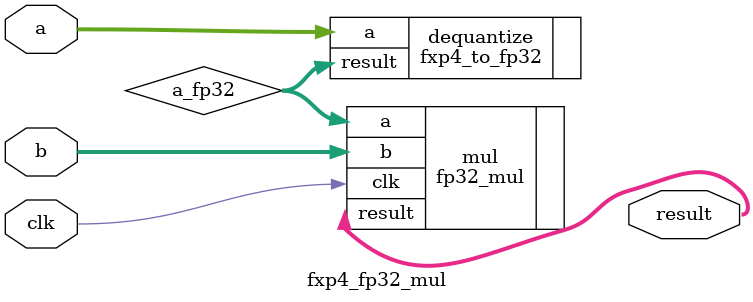
<source format=v>
module fxp4_fp32_mul (
  input clk,
  input [3:0] a,
  input [31:0] b,
  output [31:0] result
);

  wire [31:0] a_fp32;

  fxp4_to_fp32 dequantize (.a(a), .result(a_fp32));
  fp32_mul mul (.clk(clk), .a(a_fp32), .b(b), .result(result));

endmodule

</source>
